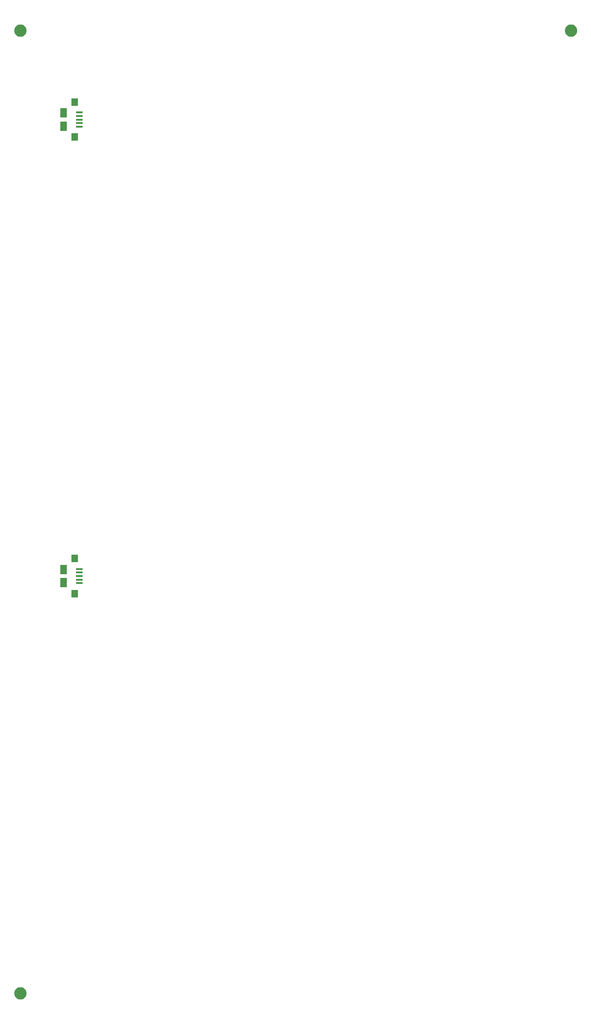
<source format=gbr>
G04 #@! TF.GenerationSoftware,KiCad,Pcbnew,(5.0.0)*
G04 #@! TF.CreationDate,2019-01-02T11:46:48-06:00*
G04 #@! TF.ProjectId,fk-atlas-v0.11-01x02,666B2D61746C61732D76302E31312D30,0.1*
G04 #@! TF.SameCoordinates,Original*
G04 #@! TF.FileFunction,Paste,Bot*
G04 #@! TF.FilePolarity,Positive*
%FSLAX46Y46*%
G04 Gerber Fmt 4.6, Leading zero omitted, Abs format (unit mm)*
G04 Created by KiCad (PCBNEW (5.0.0)) date 01/02/19 11:46:48*
%MOMM*%
%LPD*%
G01*
G04 APERTURE LIST*
%ADD10C,2.250000*%
%ADD11R,1.260000X1.440000*%
%ADD12R,1.215000X0.360000*%
%ADD13R,1.260000X1.710000*%
G04 APERTURE END LIST*
D10*
G04 #@! TO.C,REF\002A\002A*
X178371400Y-274619400D03*
G04 #@! TD*
D11*
G04 #@! TO.C,J9*
X188249900Y-201693400D03*
D12*
X189169900Y-197193400D03*
X189169900Y-197843400D03*
X189169900Y-199793400D03*
X189169900Y-199143400D03*
D13*
X186249900Y-199693400D03*
X186249900Y-197293400D03*
D12*
X189169900Y-198493400D03*
D11*
X188249900Y-195293400D03*
G04 #@! TD*
D10*
G04 #@! TO.C,REF\002A\002A*
X278851400Y-99009400D03*
G04 #@! TD*
G04 #@! TO.C,REF\002A\002A*
X178350000Y-99000000D03*
G04 #@! TD*
D11*
G04 #@! TO.C,J9*
X188249900Y-112023400D03*
D12*
X189169900Y-115223400D03*
D13*
X186249900Y-114023400D03*
X186249900Y-116423400D03*
D12*
X189169900Y-115873400D03*
X189169900Y-116523400D03*
X189169900Y-114573400D03*
X189169900Y-113923400D03*
D11*
X188249900Y-118423400D03*
G04 #@! TD*
M02*

</source>
